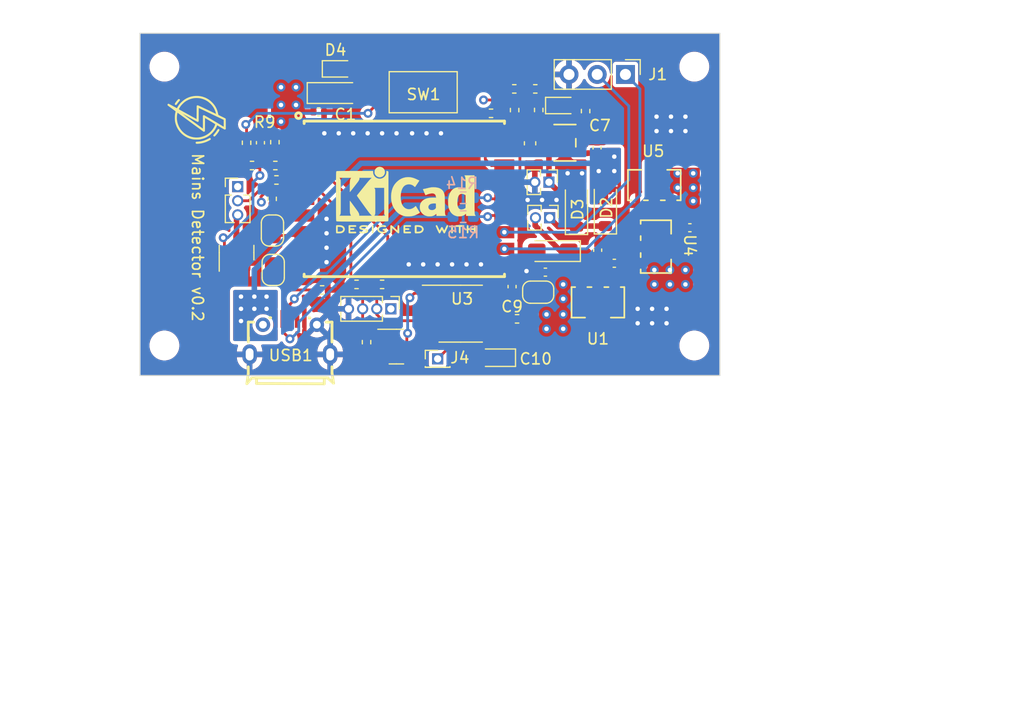
<source format=kicad_pcb>
(kicad_pcb (version 20240108) (generator "pcbnew") (generator_version "8.0")
  (layers (0 "F.Cu" signal) (1 "In1.Cu" signal) (2 "In2.Cu" signal) (31 "B.Cu" signal) (34 "B.Paste" user) (35 "F.Paste" user) (36 "B.SilkS" user "B.Silkscreen") (37 "F.SilkS" user "F.Silkscreen") (38 "B.Mask" user) (39 "F.Mask" user) (44 "Edge.Cuts" user))
  (net 0 "")
  (net 1 "Net-(BT1-+)")
  (net 2 "GND")
  (net 3 "VCC")
  (net 4 "EN")
  (net 5 "Net-(SW2-B)")
  (net 6 "VBUS")
  (net 7 "Net-(JP3-A)")
  (net 8 "Net-(U3-DIS)")
  (net 9 "Net-(D1-K)")
  (net 10 "Net-(D2-K)")
  (net 11 "Net-(J2-Pin_2)")
  (net 12 "Net-(J2-Pin_3)")
  (net 13 "IO4")
  (net 14 "IO5")
  (net 15 "Net-(J4-Pin_1)")
  (net 16 "Net-(JP1-A)")
  (net 17 "Net-(JP1-B)")
  (net 18 "Net-(JP2-A)")
  (net 19 "Net-(JP2-B)")
  (net 20 "Net-(D4-A)")
  (net 22 "Net-(L1-IO2)")
  (net 23 "SENSE")
  (net 24 "D+")
  (net 25 "D-")
  (net 26 "Net-(J1-Pin_1)")
  (net 27 "Net-(J1-Pin_2)")
  (net 29 "TX")
  (net 30 "TX_EN")
  (net 31 "Net-(L1-IO5)")
  (net 32 "Net-(L1-IO4)")
  (net 33 "Net-(Q1-D)")
  (net 34 "Net-(Q2-G)")
  (net 35 "Net-(U2-CHRG)")
  (net 36 "Net-(U2-PROG)")
  (net 37 "Net-(R10-Pad2)")
  (net 40 "Net-(USB1-D+)")
  (net 41 "Net-(USB1-D-)")
  (net 43 "Net-(L1-IO0)")
  (footprint "Capacitor_SMD:C_0402_1005Metric" (layer "F.Cu") (at 16.091803 7.0765 180)
    (property "Reference" "C1")
    (property "Value" "0.1u")
  )
  (footprint "Resistor_SMD:R_0402_1005Metric" (layer "F.Cu") (at 12.144803 9.8 -90)
    (property "Reference" "R9")
    (property "Value" "10k")
  )
  (footprint "MountingHole:MountingHole_2.2mm_M2" (layer "F.Cu") (at 49.9 28.1)
    (property "Reference" "H3" (hide yes))
    (property "Value" "MountingHole")
  )
  (footprint "Connector_PinHeader_2.54mm:PinHeader_1x03_P2.54mm_Vertical" (layer "F.Cu") (at 43.7 3.7 -90)
    (property "Reference" "J1")
    (property "Value" "UART")
  )
  (footprint "Package_SO:SOIC-8_3.9x4.9mm_P1.27mm" (layer "F.Cu") (at 28.869803 25.235)
    (property "Reference" "U3")
    (property "Value" "NE555D")
  )
  (footprint "footprints:SOT-89_TOR" (layer "F.Cu") (at 46.3 13.6585)
    (property "Reference" "U5")
    (property "Value" "XC6206P332PR-G")
  )
  (footprint "LED_SMD:LED_0603_1608Metric" (layer "F.Cu") (at 37.994803 6.5)
    (property "Reference" "D1" (hide yes))
    (property "Value" "LED-Blue")
  )
  (footprint "Resistor_SMD:R_0402_1005Metric" (layer "F.Cu") (at 11.894803 14.9 -90)
    (property "Reference" "R3" (hide yes))
    (property "Value" "10k")
  )
  (footprint "Resistor_SMD:R_0402_1005Metric" (layer "F.Cu") (at 35.894803 6.9 90)
    (property "Reference" "R4" (hide yes))
    (property "Value" "3k")
  )
  (footprint "Package_TO_SOT_SMD:SOT-23" (layer "F.Cu") (at 23.082303 28.2)
    (property "Reference" "Q1" (hide yes))
    (property "Value" "IRLML2402")
  )
  (footprint "Jumper:SolderJumper-2_P1.3mm_Open_RoundedPad1.0x1.5mm" (layer "F.Cu") (at 35.844803 23.3)
    (property "Reference" "JP3" (hide yes))
    (property "Value" "SolderJumper_2_Open")
  )
  (footprint "Capacitor_SMD:C_0603_1608Metric" (layer "F.Cu") (at 35.114803 9.9 90)
    (property "Reference" "C8" (hide yes))
    (property "Value" "10u")
  )
  (footprint "Resistor_SMD:R_0402_1005Metric" (layer "F.Cu") (at 35.584803 5 180)
    (property "Reference" "R6" (hide yes))
    (property "Value" "5k")
  )
  (footprint "Resistor_SMD:R_0402_1005Metric" (layer "F.Cu") (at 33.694803 5 180)
    (property "Reference" "R7" (hide yes))
    (property "Value" "10k")
  )
  (footprint "Package_TO_SOT_SMD:SOT-23" (layer "F.Cu") (at 8.694803 19.7375 90)
    (property "Reference" "Q2" (hide yes))
    (property "Value" "IRLML2402")
  )
  (footprint "Connector_PinHeader_1.27mm:PinHeader_1x04_P1.27mm_Vertical" (layer "F.Cu") (at 22.584803 24.8 -90)
    (property "Reference" "J3" (hide yes))
    (property "Value" "GPIOS")
  )
  (footprint "Resistor_SMD:R_0402_1005Metric" (layer "F.Cu") (at 40.114803 7 90)
    (property "Reference" "R5" (hide yes))
    (property "Value" "5k")
  )
  (footprint "Connector_PinHeader_1.27mm:PinHeader_1x01_P1.27mm_Vertical" (layer "F.Cu") (at 26.794803 29.3)
    (property "Reference" "J4")
    (property "Value" "ANT")
  )
  (footprint "libs:icon" (layer "F.Cu") (at 5.1 7.6 -90)
    (property "Reference" "G***" (hide yes))
    (property "Value" "LOGO" (hide yes))
  )
  (footprint "Connector_PinHeader_1.27mm:PinHeader_1x03_P1.27mm_Vertical" (layer "F.Cu") (at 8.794803 13.8)
    (property "Reference" "J2" (hide yes))
    (property "Value" "FS1000A")
  )
  (footprint "Capacitor_SMD:C_0402_1005Metric" (layer "F.Cu") (at 41.144803 10.3 90)
    (property "Reference" "C7")
    (property "Value" "1u")
  )
  (footprint "LED_SMD:LED_0603_1608Metric" (layer "F.Cu") (at 17.9 3.2)
    (property "Reference" "D4")
    (property "Value" "STATUS")
  )
  (footprint "Capacitor_SMD:C_0402_1005Metric" (layer "F.Cu") (at 33.494803 22.8 -90)
    (property "Reference" "C9")
    (property "Value" "0.1u")
  )
  (footprint "Connector_PinHeader_1.27mm:PinHeader_1x02_P1.27mm_Vertical" (layer "F.Cu") (at 36.874803 16.6 -90)
    (property "Reference" "SW2" (hide yes))
    (property "Value" "ONOFF")
  )
  (footprint "Capacitor_Tantalum_SMD:CP_EIA-2012-12_Kemet-R" (layer "F.Cu") (at 32.094803 29.2 180)
    (property "Reference" "C10")
    (property "Value" "4.7u")
  )
  (footprint "Capacitor_SMD:C_0402_1005Metric" (layer "F.Cu") (at 49.5 17.5)
    (property "Reference" "C11" (hide yes))
    (property "Value" "1u")
  )
  (footprint "footprints:SOT-89_TOR" (layer "F.Cu") (at 41.223303 24.2159 180)
    (property "Reference" "U1")
    (property "Value" "XC6206P332PR-G")
  )
  (footprint "Resistor_SMD:R_0402_1005Metric" (layer "F.Cu") (at 31.6 7.2 180)
    (property "Reference" "R1" (hide yes))
    (property "Value" "10k")
  )
  (footprint "Capacitor_Tantalum_SMD:CP_EIA-3216-10_Kemet-I_Pad1.58x1.35mm_HandSolder" (layer "F.Cu") (at 17.541803 5.3765)
    (property "Reference" "C2" (hide yes))
    (property "Value" "10u")
  )
  (footprint "Resistor_SMD:R_0402_1005Metric" (layer "F.Cu") (at 9.594803 9.85 90)
    (property "Reference" "R10" (hide yes))
    (property "Value" "100")
  )
  (footprint "Resistor_SMD:R_0402_1005Metric" (layer "F.Cu") (at 12.184803 11.9 180)
    (property "Reference" "R12" (hide yes))
    (property "Value" "100")
  )
  (footprint "Jumper:SolderJumper-2_P1.3mm_Open_RoundedPad1.0x1.5mm" (layer "F.Cu") (at 11.994803 21.3 90)
    (property "Reference" "JP2" (hide yes))
    (property "Value" "SolderJumper_2_Open")
  )
  (footprint "MountingHole:MountingHole_2.2mm_M2" (layer "F.Cu") (at 2.2 28.1)
    (property "Reference" "H4" (hide yes))
    (property "Value" "MountingHole")
  )
  (footprint "Capacitor_SMD:C_0402_1005Metric" (layer "F.Cu") (at 41.2 19.52 90)
    (property "Reference" "C5" (hide yes))
    (property "Value" "1u")
  )
  (footprint "Diode_SMD:D_SOD-123" (layer "F.Cu") (at 39.294803 15.75 90)
    (property "Reference" "D3")
    (property "Value" "MBR0520LT1")
  )
  (footprint "Resistor_SMD:R_0402_1005Metric" (layer "F.Cu") (at 33.944803 25.7)
    (property "Reference" "R17" (hide yes))
    (property "Value" "100k")
  )
  (footprint "Capacitor_Tantalum_SMD:CP_EIA-3216-10_Kemet-I_Pad1.58x1.35mm_HandSolder" (layer "F.Cu") (at 37.157303 19.6 180)
    (property "Reference" "C4" (hide yes))
    (property "Value" "10u")
  )
  (footprint "Capacitor_SMD:C_0402_1005Metric" (layer "F.Cu") (at 42.7 20.7 180)
    (property "Reference" "C12" (hide yes))
    (property "Value" "1u")
  )
  (footprint "Resistor_SMD:R_0402_1005Metric" (layer "F.Cu") (at 33.724803 6.91 -90)
    (property "Reference" "R8" (hide yes))
    (property "Value" "3k")
  )
  (footprint "Connector_PinHeader_1.27mm:PinHeader_1x02_P1.27mm_Vertical" (layer "F.Cu") (at 36.814803 13.4 -90)
    (property "Reference" "BT1" (hide yes))
    (property "Value" "Li-Po 3.7V")
  )
  (footprint "Symbol:KiCad-Logo2_5mm_SilkScreen" (layer "F.Cu") (at 23.924803 15)
    (property "Reference" "REF**" (hide yes))
    (property "Value" "KiCad-Logo2_5mm_SilkScreen" (hide yes))
  )
  (footprint "Capacitor_SMD:C_0402_1005Metric" (layer "F.Cu") (at 36.494803 21.5 180)
    (property "Reference" "C6" (hide yes))
    (property "Value" "1u")
  )
  (footprint "footprints1:SOT-23-5L_TPW" (layer "F.Cu") (at 38.254653 9.849999)
    (property "Reference" "U2" (hide yes))
    (property "Value" "TP4065-4.2V-SOT25-R")
  )
  (footprint "Capacitor_SMD:C_0402_1005Metric" (layer "F.Cu") (at 10.844803 9.85 90)
    (property "Reference" "C3" (hide yes))
    (property "Value" "100n")
  )
  (footprint "Resistor_SMD:R_0402_1005Metric" (layer "F.Cu") (at 20.394803 27.8 90)
    (property "Reference" "R16" (hide yes))
    (property "Value" "100k")
  )
  (footprint "Jumper:SolderJumper-2_P1.3mm_Open_RoundedPad1.0x1.5mm" (layer "F.Cu") (at 11.924803 17.75 -90)
    (property "Reference" "JP1" (hide yes))
    (property "Value" "SolderJumper_2_Open")
  )
  (footprint "Resistor_SMD:R_0402_1005Metric" (layer "F.Cu") (at 12.284803 13.2 180)
    (property "Reference" "R11" (hide yes))
    (property "Value" "100")
  )
  (footprint "Resistor_SMD:R_0402_1005Metric" (layer "F.Cu") (at 16.394803 23.1)
    (property "Reference" "R2" (hide yes))
    (property "Value" "10k")
  )
  (footprint "Button_Switch_SMD:SW_SPST_CK_RS282G05A3" (layer "F.Cu") (at 25.494803 5.3 180)
    (property "Reference" "SW1")
    (property "Value" "RESET")
  )
  (footprint "MountingHole:MountingHole_2.2mm_M2" (layer "F.Cu") (at 49.9 3)
    (property "Reference" "H2" (hide yes))
    (property "Value" "MountingHole")
  )
  (footprint "Diode_SMD:D_SOD-123" (layer "F.Cu") (at 41.894803 15.7 90)
    (property "Reference" "D2")
    (property "Value" "MBR0520LT1")
  )
  (footprint "Resistor_SMD:R_0402_1005Metric" (layer "F.Cu") (at 21.794803 22.6)
    (property "Reference" "R18" (hide yes))
    (property "Value" "100")
  )
  (footprint "kicad_lceda:MICRO-USB-SMD_MICROXNJ" (layer "F.Cu") (at 13.494803 27.304)
    (property "Reference" "USB1")
    (property "Value" "MICROXNJ")
  )
  (footprint "MountingHole:MountingHole_2.2mm_M2" (layer "F.Cu") (at 2.2 3)
    (property "Reference" "H1" (hide yes))
    (property "Value" "MountingHole")
  )
  (footprint "kicad_lceda:WIRELM-SMD_ESP-C3-13U-2M" (layer "F.Cu") (at 23.794803 14.9)
    (property "Reference" "L1" (hide yes))
    (property "Value" "ESP-C3-13U-4M")
  )
  (footprint "Resistor_SMD:R_0402_1005Metric" (layer "F.Cu") (at 19.494803 22.6 180)
    (property "Reference" "R19" (hide yes))
    (property "Value" "100")
  )
  (footprint "footprints:SOT-89_TOR" (layer "F.Cu") (at 46.4415 19.2 -90)
    (property "Reference" "U4")
    (property "Value" "XC6206P332PR-G")
  )
  (footprint "Resistor_SMD:R_0402_1005Metric" (layer "F.Cu") (at 10.084803 11.9)
    (property "Reference" "R13" (hide yes))
    (property "Value" "100k")
  )
  (footprint "Resistor_SMD:R_0603_1608Metric_Pad0.98x0.95mm_HandSolder" (layer "B.Cu") (at 29.094803 14.8)
    (property "Reference" "R14")
    (property "Value" "22")
  )
  (footprint "Resistor_SMD:R_0603_1608Metric_Pad0.98x0.95mm_HandSolder" (layer "B.Cu") (at 29.094803 16.5)
    (property "Reference" "R15")
    (property "Value" "22")
  )
  (gr_rect (start 0 0) (end 52.2 30.8) (stroke (width 0.1)) (fill none) (layer "Edge.Cuts"))
  (gr_text "Mains Detector v0.2" (at 4.6 10.7 270) (layer "F.SilkS") (effects (font (size 1 1)) (justify left bottom)))
  (segment (start 36.914803 10.8) (end 35.239803 10.8) (width 0.5) (layer "F.Cu") (net 1))
  (segment (start 36.814803 10.9) (end 36.914803 10.8) (width 0.5) (layer "F.Cu") (net 1))
  (segment (start 36.814803 13.4) (end 36.814803 10.9) (width 0.5) (layer "F.Cu") (net 1))
  (segment (start 39.294803 14.1) (end 37.514803 14.1) (width 0.5) (layer "F.Cu") (net 1))
  (segment (start 37.514803 14.1) (end 36.814803 13.4) (width 0.5) (layer "F.Cu") (net 1))
  (segment (start 36.794803 10.92) (end 36.914803 10.8) (width 0.5) (layer "F.Cu") (net 1))
  (segment (start 35.239803 10.8) (end 35.114803 10.675) (width 0.5) (layer "F.Cu") (net 1))
  (segment (start 42.723303 22.3744) (end 42.22 21.871097) (width 0.5) (layer "F.Cu") (net 2))
  (segment (start 37.607752 9.849999) (end 38.094803 10.33705) (width 0.5) (layer "F.Cu") (net 2))
  (segment (start 41.74 18.5) (end 43.8 18.5) (width 0.5) (layer "F.Cu") (net 2))
  (segment (start 35.839802 9.849999) (end 36.914803 9.849999) (width 0.5) (layer "F.Cu") (net 2))
  (segment (start 36.914803 9.849999) (end 37.607752 9.849999) (width 0.5) (layer "F.Cu") (net 2))
  (segment (start 43.8 18.5) (end 44.6 17.7) (width 0.5) (layer "F.Cu") (net 2))
  (segment (start 35.114803 9.125) (end 35.839802 9.849999) (width 0.5) (layer "F.Cu") (net 2))
  (segment (start 42.22 21.871097) (end 42.22 20.7) (width 0.5) (layer "F.Cu") (net 2))
  (segment (start 36.014803 19.895) (end 35.719803 19.6) (width 0.5) (layer "F.Cu") (net 2))
  (segment (start 36.014803 21.5) (end 36.014803 19.895) (width 0.5) (layer "F.Cu") (net 2))
  (segment (start 41.2 19.04) (end 41.74 18.5) (width 0.5) (layer "F.Cu") (net 2))
  (segment (start 38.094803 10.33705) (end 38.094803 11.2) (width 0.5) (layer "F.Cu") (net 2))
  (via (at 16.594803 9) (size 0.8) (drill 0.4) (layers "F.Cu" "B.Cu") (net 2))
  (via (at 30.694803 20.8) (size 0.8) (drill 0.4) (layers "F.Cu" "B.Cu") (net 2))
  (via (at 23.094803 9) (size 0.8) (drill 0.4) (layers "F.Cu" "B.Cu") (net 2))
  (via (at 17.894803 9) (size 0.8) (drill 0.4) (layers "F.Cu" "B.Cu") (net 2))
  (via (at 47.4 24.8) (size 0.8) (drill 0.4) (layers "F.Cu" "B.Cu") (net 2))
  (via (at 37.494803 15) (size 0.8) (drill 0.4) (layers "F.Cu" "B.Cu") (net 2))
  (via (at 16.794803 18) (size 0.8) (drill 0.4) (layers "F.Cu" "B.Cu") (net 2))
  (via (at 25.494803 20.8) (size 0.8) (drill 0.4) (layers "F.Cu" "B.Cu") (net 2))
  (via (at 16.794803 16.7) (size 0.8) (drill 0.4) (layers "F.Cu" "B.Cu") (net 2))
  (via (at 24.194803 20.8) (size 0.8) (drill 0.4) (layers "F.Cu" "B.Cu") (net 2))
  (via (at 20.494803 9) (size 0.8) (drill 0.4) (layers "F.Cu" "B.Cu") (net 2))
  (via (at 36.194803 15) (size 0.8) (drill 0.4) (layers "F.Cu" "B.Cu") (net 2))
  (via (at 19.194803 9) (size 0.8) (drill 0.4) (layers "F.Cu" "B.Cu") (net 2))
  (via (at 49.1 8.8) (size 0.8) (drill 0.4) (layers "F.Cu" "B.Cu") (net 2))
  (via (at 28.094803 20.8) (size 0.8) (drill 0.4) (layers "F.Cu" "B.Cu") (net 2))
  (via (at 26.794803 20.8) (size 0.8) (drill 0.4) (layers "F.Cu" "B.Cu") (net 2))
  (via (at 49.1 7.5) (size 0.8) (drill 0.4) (layers "F.Cu" "B.Cu") (net 2))
  (via (at 34.794803 21.4) (size 0.8) (drill 0.4) (layers "F.Cu" "B.Cu") (net 2))
  (via (at 34.894803 15) (size 0.8) (drill 0.4) (layers "F.Cu" "B.Cu") (net 2))
  (via (at 21.794803 9) (size 0.8) (drill 0.4) (layers "F.Cu" "B.Cu") (net 2))
  (via (at 46.5 8.8) (size 0.8) (drill 0.4) (layers "F.Cu" "B.Cu") (net 2))
  (via (at 24.494803 9) (size 0.8) (drill 0.4) (layers "F.Cu" "B.Cu") (net 2))
  (via (at 44.8 26.1) (size 0.8) (drill 0.4) (layers "F.Cu" "B.Cu") (net 2))
  (via (at 46.5 7.5) (size 0.8) (drill 0.4) (layers "F.Cu" "B.Cu") (net 2))
  (via (at 46.1 26.1) (size 0.8) (drill 0.4) (layers "F.Cu" "B.Cu") (net 2))
  (via (at 38.494803 12.6) (size 0.8) (drill 0.4) (layers "F.Cu" "B.Cu") (net 2))
  (via (at 25.794803 9) (size 0.8) (drill 0.4) (layers "F.Cu" "B.Cu") (net 2))
  (via (at 47.4 26.1) (size 0.8) (drill 0.4) (layers "F.Cu" "B.Cu") (net 2))
  (via (at 46.1 24.8) (size 0.8) (drill 0.4) (layers "F.Cu" "B.Cu") (net 2))
  (via (at 47.8 8.8) (size 0.8) (drill 0.4) (layers "F.Cu" "B.Cu") (net 2))
  (via (at 44.8 24.8) (size 0.8) (drill 0.4) (layers "F.Cu" "B.Cu") (net 2))
  (via (at 16.794803 19.3) (size 0.8) (drill 0.4) (layers "F.Cu" "B.Cu") (net 2))
  (via (at 16.794803 20.6) (size 0.8) (drill 0.4) (layers "F.Cu" "B.Cu") (net 2))
  (via (at 27.094803 9) (size 0.8) (drill 0.4) (layers "F.Cu" "B.Cu") (net 2))
  (via (at 39.794803 12.6) (size 0.8) (drill 0.4) (layers "F.Cu" "B.Cu") (net 2))
  (via (at 29.394803 20.8) (size 0.8) (drill 0.4) (layers "F.Cu" "B.Cu") (net 2))
  (via (at 47.8 7.5) (size 0.8) (drill 0.4) (layers "F.Cu" "B.Cu") (net 2))
  (segment (start 44.6 20.7) (end 43.18 20.7) (width 0.5) (layer "F.Cu") (net 3))
  (segment (start 30.924803 6) (end 31.624803 6) (width 0.25) (layer "F.Cu") (net 3))
  (segment (start 15.611803 5.869) (end 16.104303 5.3765) (width 0.5) (layer "F.Cu") (net 3))
  (segment (start 15.611803 7.0765) (end 15.611803 5.869) (width 0.5) (layer "F.Cu") (net 3))
  (segment (start 11.894803 14.39) (end 11.204803 14.39) (width 0.25) (layer "F.Cu") (net 3))
  (segment (start 32.104803 6.48) (end 32.104803 7) (width 0.25) (layer "F.Cu") (net 3))
  (segment (start 31.624803 6) (end 32.104803 6.48) (width 0.25) (layer "F.Cu") (net 3))
  (segment (start 11.204803 14.39) (end 10.894803 14.7) (width 0.25) (layer "F.Cu") (net 3))
  (segment (start 10.894803 14.7) (end 10.894803 15.2) (width 0.25) (layer "F.Cu") (net 3))
  (via (at 30.924803 6) (size 0.8) (drill 0.4) (layers "F.Cu" "B.Cu") (net 3))
  (via (at 47.7 22.6) (size 0.8) (drill 0.4) (layers "F.Cu" "B.Cu") (net 3))
  (via (at 49.8 12.6) (size 0.8) (drill 0.4) (layers "F.Cu" "B.Cu") (net 3))
  (via (at 49.1 22.6) (size 0.8) (drill 0.4) (layers "F.Cu" "B.Cu") (net 3))
  (via (at 12.694803 4.85) (size 0.8) (drill 0.4) (layers "F.Cu" "B.Cu") (net 3))
  (via (at 14.044803 4.85) (size 0.8) (drill 0.4) (layers "F.Cu" "B.Cu") (net 3))
  (via (at 36.594803 26.6) (size 0.8) (drill 0.4) (layers "F.Cu" "B.Cu") (net 3))
  (via (at 36.594803 25.3) (size 0.8) (drill 0.4) (layers "F.Cu" "B.Cu") (net 3))
  (via (at 38.094803 26.6) (size 0.8) (drill 0.4) (layers "F.Cu" "B.Cu") (net 3))
  (via (at 48.4 13.9) (size 0.8) (drill 0.4) (layers "F.Cu" "B.Cu") (net 3))
  (via (at 47.7 21.3) (size 0.8) (drill 0.4) (layers "F.Cu" "B.Cu") (net 3))
  (via (at 38.094803 22.6) (size 0.8) (drill 0.4) (layers "F.Cu" "B.Cu") (net 3))
  (via (at 38.094803 25.3) (size 0.8) (drill 0.4) (layers "F.Cu" "B.Cu") (net 3))
  (via (at 38.094803 23.9) (size 0.8) (drill 0.4) (layers "F.Cu" "B.Cu") (net 3))
  (via (at 46.3 22.6) (size 0.8) (drill 0.4) (layers "F.Cu" "B.Cu") (net 3))
  (via (at 10.924803 15.2) (size 0.8) (drill 0.4) (layers "F.Cu" "B.Cu") (net 3))
  (via (at 48.4 12.6) (size 0.8) (drill 0.4) (layers "F.Cu" "B.Cu") (net 3))
  (via (at 12.694803 6.45) (size 0.8) (drill 0.4) (layers "F.Cu" "B.Cu") (net 3))
  (via (at 14.044803 6.45) (size 0.8) (drill 0.4) (layers "F.Cu" "B.Cu") (net 3))
  (via (at 49.1 21.3) (size 0.8) (drill 0.4) (layers "F.Cu" "B.Cu") (net 3))
  (via (at 49.8 15.1) (size 0.8) (drill 0.4) (layers "F.Cu" "B.Cu") (net 3))
  (via (at 12.694803 7.95) (size 0.8) (drill 0.4) (layers "F.Cu" "B.Cu") (net 3))
  (via (at 46.3 21.3) (size 0.8) (drill 0.4) (layers "F.Cu" "B.Cu") (net 3))
  (via (at 49.8 13.9) (size 0.8) (drill 0.4) (layers "F.Cu" "B.Cu") (net 3))
  (segment (start 10.844803 10.33) (end 9.624803 10.33) (width 0.25) (layer "F.Cu") (net 4))
  (segment (start 14.704803 10.31) (end 14.794803 10.4) (width 0.25) (layer "F.Cu") (net 4))
  (segment (start 12.144803 10.31) (end 14.704803 10.31) (width 0.25) (layer "F.Cu") (net 4))
  (segment (start 12.144803 10.31) (end 10.864803 10.31) (width 0.25) (layer "F.Cu") (net 4))
  (segment (start 9.624803 10.33) (end 9.594803 10.36) (width 0.25) (layer "F.Cu") (net 4))
  (segment (start 10.864803 10.31) (end 10.844803 10.33) (width 0.25) (layer "F.Cu") (net 4))
  (segment (start 49.02 17.5) (end 47.32 19.2) (width 0.5) (layer "F.Cu") (net 5))
  (segment (start 46.3 18.7573) (end 45.8573 19.2) (width 0.5) (layer "F.Cu") (net 5))
  (segment (start 47.32 19.2) (end 45.8573 19.2) (width 0.5) (layer "F.Cu") (net 5))
  (segment (start 41.223303 20.523303) (end 41.223303 22.3744) (width 0.5) (layer "F.Cu") (net 5))
  (segment (start 42.546606 19.2) (end 44.6 19.2) (width 0.5) (layer "F.Cu") (net 5))
  (segment (start 35.574803 16.6) (end 35.574803 17.307106) (width 0.5) (layer "F.Cu") (net 5))
  (segment (start 37.867697 19.6) (end 40.3 19.6) (width 0.5) (layer "F.Cu") (net 5))
  (segment (start 41.223303 20.523303) (end 42.546606 19.2) (width 0.5) (layer "F.Cu") (net 5))
  (segment (start 40.3 19.6) (end 41.223303 20.523303) (width 0.5) (layer "F.Cu") (net 5))
  (segment (start 46.3 15.5) (end 46.3 18.7573) (width 0.5) (layer "F.Cu") (net 5))
  (segment (start 35.574803 17.307106) (end 37.867697 19.6) (width 0.5) (layer "F.Cu") (net 5))
  (segment (start 38.782303 6.5) (end 37.282303 5) (width 0.25) (layer "F.Cu") (net 6))
  (segment (start 39.594503 10.8) (end 40.294803 10.8) (width 0.5) (layer "F.Cu") (net 6))
  (segment (start 38.594803 6.6875) (end 38.782303 6.5) (width 0.25) (layer "F.Cu") (net 6))
  (segment (start 38.594803 9.8003) (end 38.594803 6.6875) (width 0.25) (layer "F.Cu") (net 6))
  (segment (start 39.594503 10.8) (end 38.594803 9.8003) (width 0.25) (layer "F.Cu") (net 6))
  (segment (start 40.294803 10.8) (end 40.314803 10.78) (width 0.5) (layer "F.Cu") (net 6))
  (segment (start 40.314803 10.78) (end 41.144803 10.78) (width 0.5) (layer "F.Cu") (net 6))
  (segment (start 37.282303 5) (end 36.094803 5) (width 0.25) (layer "F.Cu") (net 6))
  (via (at 11.394803 23.7) (size 0.8) (drill 0.4) (layers "F.Cu" "B.Cu") (net 6))
  (via (at 42.694803 12.4) (size 0.8) (drill 0.4) (layers "F.Cu" "B.Cu") (net 6))
  (via (at 41.294803 12.4) (size 0.8) (drill 0.4) (layers "F.Cu" "B.Cu") (net 6))
  (via (at 10.294803 23.7) (size 0.8) (drill 0.4) (layers "F.Cu" "B.Cu") (net 6))
  (via (at 9.094803 23.7) (size 0.8) (drill 0.4) (layers "F.Cu" "B.Cu") (net 6))
  (via (at 11.394803 24.8) (size 0.8) (drill 0.4) (layers "F.Cu" "B.Cu") (net 6))
  (via (at 9.094803 24.8) (size 0.8) (drill 0.4) (layers "F.Cu" "B.Cu") (net 6))
  (via (at 9.094803 25.9) (size 0.8) (drill 0.4) (layers "F.Cu" "B.Cu") (net 6))
  (via (at 42.694803 11.1) (size 0.8) (drill 0.4) (layers "F.Cu" "B.Cu") (net 6))
  (via (at 10.294803 24.8) (size 0.8) (drill 0.4) (layers "F.Cu" "B.Cu") (net 6))
  (segment (start 41.294803 12.4) (end 40.594803 11.7) (width 0.5) (layer "B.Cu") (net 6))
  (segment (start 19.892721 11.7) (end 10.294803 21.297918) (width 0.5) (layer "B.Cu") (net 6))
  (segment (start 40.594803 11.7) (end 19.892721 11.7) (width 0.5) (layer "B.Cu") (net 6))
  (segment (start 10.294803 21.297918) (end 10.294803 23.7) (width 0.5) (layer "B.Cu") (net 6))
  (segment (start 35.194803 24.96) (end 34.454803 25.7) (width 0.25) (layer "F.Cu") (net 7))
  (segment (start 33.514803 23.3) (end 33.494803 23.28) (width 0.25) (layer "F.Cu") (net 7))
  (segment (start 35.194803 23.3) (end 33.514803 23.3) (width 0.25) (layer "F.Cu") (net 7))
  (segment (start 35.194803 23.3) (end 35.194803 24.96) (width 0.25) (layer "F.Cu") (net 7))
  (segment (start 33.494803 23.28) (end 31.394803 23.28) (width 0.25) (layer "F.Cu") (net 7))
  (segment (start 31.394803 23.28) (end 31.344803 23.33) (width 0.25) (layer "F.Cu") (net 7))
  (segment (start 33.434803 28.7475) (end 32.982303 29.2) (width 0.25) (layer "F.Cu") (net 8))
  (segment (start 33.434803 25.7) (end 31.514803 25.7) (width 0.25) (layer "F.Cu") (net 8))
  (segment (start 33.434803 25.7) (end 33.434803 28.7475) (width 0.25) (layer "F.Cu") (net 8))
  (segment (start 31.514803 25.7) (end 31.344803 25.87) (width 0.25) (layer "F.Cu") (net 8))
  (segment (start 31.344803 25.87) (end 31.344803 24.6) (width 0.25) (layer "F.Cu") (net 8))
  (segment (start 35.894803 6.39) (end 37.097303 6.39) (width 0.25) (layer "F.Cu") (net 9))
  (segment (start 37.097303 6.39) (end 37.207303 6.5) (width 0.25) (layer "F.Cu") (net 9))
  (segment (start 37.644803 17.4) (end 36.844803 16.6) (width 0.5) (layer "F.Cu") (net 10))
  (segment (start 39.294803 17.4) (end 37.644803 17.4) (width 0.5) (layer "F.Cu") (net 10))
  (segment (start 41.894803 17.35) (end 39.344803 17.35) (width 0.5) (layer "F.Cu") (net 10))
  (segment (start 39.344803 17.35) (end 39.294803 17.4) (width 0.5) (layer "F.Cu") (net 10))
  (segment (start 11.674803 13.2) (end 9.804803 15.07) (width 0.25) (layer "F.Cu") (net 11))
  (segment (start 9.804803 15.07) (end 8.794803 15.07) (width 0.25) (layer "F.Cu") (net 11))
  (segment (start 8.694803 16.44) (end 8.794803 16.34) (width 0.5) (layer "F.Cu") (net 12))
  (segment (start 8.694803 18.8) (end 8.694803 16.44) (width 0.5) (layer "F.Cu") (net 12))
  (segment (start 21.877697 25.87) (end 21.314803 25.307106) (width 0.25) (layer "F.Cu") (net 13))
  (segment (start 21.314803 24.8) (end 21.314803 22.63) (width 0.25) (layer "F.Cu") (net 13))
  (segment (start 21.314803 25.307106) (end 21.314803 24.6) (width 0.25) (layer "F.Cu") (net 13))
  (segment (start 26.394803 25.87) (end 21.877697 25.87) (width 0.25) (layer "F.Cu") (net 13))
  (segment (start 21.314803 22.63) (end 21.284803 22.6) (width 0.25) (layer "F.Cu") (net 13))
  (segment (start 20.044803 22.64) (end 20.004803 22.6) (width 0.25) (layer "F.Cu") (net 14))
  (segment (start 22.104803 27.29) (end 22.144803 27.25) (width 0.25) (layer "F.Cu") (net 14))
  (segment (start 20.044803 24.6) (end 20.044803 26.94) (width 0.25) (layer "F.Cu") (net 14))
  (segment (start 20.394803 27.29) (end 22.104803 27.29) (width 0.25) (layer "F.Cu") (net 14))
  (segment (start 20.044803 24.8) (end 20.044803 22.64) (width 0.25) (layer "F.Cu") (net 14))
  (segment (start 20.044803 26.94) (end 20.394803 27.29) (width 0.25) (layer "F.Cu") (net 14))
  (segment (start 28.294803 25.4) (end 28.294803 27.8) (width 0.25) (layer "F.Cu") (net 15))
  (segment (start 27.494803 24.6) (end 28.294803 25.4) (width 0.25) (layer "F.Cu") (net 15))
  (segment (start 28.294803 27.8) (end 26.794803 29.3) (width 0.25) (layer "F.Cu") (net 15))
  (segment (start 26.394803 24.6) (end 27.494803 24.6) (width 0.25) (layer "F.Cu") (net 15))
  (segment (start 11.894803 15.41) (end 11.894803 17.05) (width 0.25) (layer "F.Cu") (net 16))
  (segment (start 11.644803 18.2) (end 14.494803 18.2) (width 0.25) (layer "F.Cu") (net 17))
  (segment (start 14.494803 18.2) (end 14.794803 17.9) (width 0.25) (layer "F.Cu") (net 17))
  (segment (start 15.884803 23.1) (end 13.144803 23.1) (width 0.25) (layer "F.Cu") (net 18))
  (segment (start 13.144803 23.1) (end 11.994803 21.95) (width 0.25) (layer "F.Cu") (net 18))
  (segment (start 11.994803 20.65) (end 13.244803 19.4) (width 0.25) (layer "F.Cu") (net 19))
  (segment (start 13.244803 19.4) (end 14.794803 19.4) (width 0.25) (layer "F.Cu") (net 19))
  (segment (start 32.554803 6.293604) (end 29.461199 3.2) (width 0.25) (layer "F.Cu") (net 20))
  (segment (start 32.661199 6.4) (end 32.554803 6.293604) (width 0.25) (layer "F.Cu") (net 20))
  (segment (start 33.724803 6.4) (end 32.661199 6.4) (width 0.25) (layer "F.Cu") (net 20))
  (segment (start 29.461199 3.2) (end 18.6875 3.2) (width 0.25) (layer "F.Cu") (net 20))
  (segment (start 31.644803 11.9) (end 32.794803 11.9) (width 0.25) (layer "F.Cu") (net 22))
  (segment (start 31.084803 11.34) (end 31.644803 11.9) (width 0.25) (layer "F.Cu") (net 22))
  (segment (start 31.084803 7) (end 31.084803 11.34) (width 0.25) (layer "F.Cu") (net 22))
  (segment (start 34.7 8) (end 34.2 8.5) (width 0.25) (layer "F.Cu") (net 23))
  (segment (start 33.594803 13.4) (end 32.794803 13.4) (width 0.25) (layer "F.Cu") (net 23))
  (segment (start 34.2 12.794803) (end 33.594803 13.4) (width 0.25) (layer "F.Cu") (net 23))
  (segment (start 34.7 5) (end 34.7 8) (width 0.25) (layer "F.Cu") (net 23))
  (segment (start 34.204803 5) (end 35.074803 5) (width 0.25) (layer "F.Cu") (net 23))
  (segment (start 34.204803 5) (end 34.7 5) (width 0.25) (layer "F.Cu") (net 23))
  (segment (start 34.2 8.5) (end 34.2 12.794803) (width 0.25) (layer "F.Cu") (net 23))
  (segment (start 31.394803 14.9) (end 31.294803 14.8) (width 0.25) (layer "F.Cu") (net 24))
  (segment (start 32.794803 14.9) (end 31.394803 14.9) (width 0.25) (layer "F.Cu") (net 24))
  (via (at 31.294803 14.8) (size 0.8) (drill 0.4) (layers "F.Cu" "B.Cu") (net 24))
  (segment (start 30.007303 14.8) (end 31.294803 14.8) (width 0.25) (layer "B.Cu") (net 24))
  (segment (start 32.794803 16.4) (end 31.394803 16.4) (width 0.25) (layer "F.Cu") (net 25))
  (segment (start 31.394803 16.4) (end 31.294803 16.5) (width 0.25) (layer "F.Cu") (net 25))
  (via (at 31.294803 16.5) (size 0.8) (drill 0.4) (layers "F.Cu" "B.Cu") (net 25))
  (segment (start 30.007303 16.5) (end 31.294803 16.5) (width 0.25) (layer "B.Cu") (net 25))
  (via (at 32.8 19.4) (size 0.8) (drill 0.4) (layers "F.Cu" "B.Cu") (net 26))
  (segment (start 40.2 19.4) (end 45 14.6) (width 0.25) (layer "B.Cu") (net 26))
  (segment (start 45 14.6) (end 45 5) (width 0.25) (layer "B.Cu") (net 26))
  (segment (start 32.8 19.4) (end 40.2 19.4) (width 0.25) (layer "B.Cu") (net 26))
  (segment (start 45 5) (end 43.7 3.7) (width 0.25) (layer "B.Cu") (net 26))
  (via (at 32.8 17.9) (size 0.8) (drill 0.4) (layers "F.Cu" "B.Cu") (net 27))
  (segment (start 39.3 17.9) (end 44 13.2) (width 0.25) (layer "B.Cu") (net 27))
  (segment (start 32.8 17.9) (end 39.3 17.9) (width 0.25) (layer "B.Cu") (net 27))
  (segment (start 44 13.2) (end 44 6.54) (width 0.25) (layer "B.Cu") (net 27))
  (segment (start 44 6.54) (end 41.16 3.7) (width 0.25) (layer "B.Cu") (net 27))
  (segment (start 13.644803 16.4) (end 14.794803 16.4) (width 0.25) (layer "F.Cu") (net 29))
  (segment (start 12.794803 15.55) (end 13.644803 16.4) (width 0.25) (layer "F.Cu") (net 29))
  (segment (start 12.794803 13.2) (end 12.794803 15.55) (width 0.25) (layer "F.Cu") (net 29))
  (segment (start 13.569803 12.775) (end 13.569803 14.575) (width 0.25) (layer "F.Cu") (net 30))
  (segment (start 13.569803 14.575) (end 13.894803 14.9) (width 0.25) (layer "F.Cu") (net 30))
  (segment (start 12.694803 11.9) (end 13.569803 12.775) (width 0.25) (layer "F.Cu") (net 30))
  (segment (start 13.894803 14.9) (end 14.794803 14.9) (width 0.25) (layer "F.Cu") (net 30))
  (segment (start 18.984803 16.99) (end 15.394803 13.4) (width 0.25) (layer "F.Cu") (net 31))
  (segment (start 15.394803 13.4) (end 14.794803 13.4) (width 0.25) (layer "F.Cu") (net 31))
  (segment (start 18.984803 22.6) (end 18.984803 16.99) (width 0.25) (layer "F.Cu") (net 31))
  (segment (start 22.304803 22.6) (end 22.304803 18.26) (width 0.25) (layer "F.Cu") (net 32))
  (segment (start 15.944803 11.9) (end 14.794803 11.9) (width 0.25) (layer "F.Cu") (net 32))
  (segment (start 22.304803 18.26) (end 15.944803 11.9) (width 0.25) (layer "F.Cu") (net 32))
  (segment (start 24.019803 27.075) (end 24.094803 27) (width 0.25) (layer "F.Cu") (net 33))
  (segment (start 26.324803 23.4) (end 26.394803 23.33) (width 0.25) (layer "F.Cu") (net 33))
  (segment (start 24.694803 23.4) (end 26.324803 23.4) (width 0.25) (layer "F.Cu") (net 33))
  (segment (start 24.019803 28.2) (end 24.019803 27.075) (width 0.25) (layer "F.Cu") (net 33))
  (segment (start 24.294803 23.8) (end 24.694803 23.4) (width 0.25) (layer "F.Cu") (net 33))
  (via (at 24.294803 23.8) (size 0.8) (drill 0.4) (layers "F.Cu" "B.Cu") (net 33))
  (via (at 24.094803 27) (size 0.8) (drill 0.4) (layers "F.Cu" "B.Cu") (net 33))
  (segment (start 24.094803 27) (end 24.094803 24) (width 0.25) (layer "B.Cu") (net 33))
  (segment (start 24.094803 24) (end 24.294803 23.8) (width 0.25) (layer "B.Cu") (net 33))
  (segment (start 10.594803 11.9) (end 10.794803 12.1) (width 0.25) (layer "F.Cu") (net 34))
  (segment (start 7.6 20.530197) (end 7.744803 20.675) (width 0.25) (layer "F.Cu") (net 34))
  (segment (start 11.674803 11.9) (end 10.594803 11.9) (width 0.25) (layer "F.Cu") (net 34))
  (segment (start 7.494803 18.4) (end 7.6 18.505197) (width 0.25) (layer "F.Cu") (net 34))
  (segment (start 10.794803 12.1) (end 10.794803 12.8) (width 0.25) (layer "F.Cu") (net 34))
  (segment (start 7.6 18.505197) (end 7.6 20.530197) (width 0.25) (layer "F.Cu") (net 34))
  (via (at 10.794803 12.8) (size 0.8) (drill 0.4) (layers "F.Cu" "B.Cu") (net 34))
  (via (at 7.494803 18.4) (size 0.8) (drill 0.4) (layers "F.Cu" "B.Cu") (net 34))
  (segment (start 7.494803 18.4) (end 7.90153 18.4) (width 0.25) (layer "B.Cu") (net 34))
  (segment (start 10.169803 16.131727) (end 10.169803 13.425) (width 0.25) (layer "B.Cu") (net 34))
  (segment (start 10.169803 13.425) (end 10.794803 12.8) (width 0.25) (layer "B.Cu") (net 34))
  (segment (start 7.90153 18.4) (end 10.169803 16.131727) (width 0.25) (layer "B.Cu") (net 34))
  (segment (start 36.914803 8.899998) (end 35.894803 7.879998) (width 0.25) (layer "F.Cu") (net 35))
  (segment (start 35.894803 7.879998) (end 35.894803 7.41) (width 0.25) (layer "F.Cu") (net 35))
  (segment (start 39.594503 8.899998) (end 40.114803 8.379698) (width 0.25) (layer "F.Cu") (net 36))
  (segment (start 40.114803 8.379698) (end 40.114803 7.51) (width 0.25) (layer "F.Cu") (net 36))
  (segment (start 9.594803 9.34) (end 9.594803 8.2) (width 0.25) (layer "F.Cu") (net 37))
  (segment (start 21.594803 5.3) (end 21.594803 6.1) (width 0.25) (layer "F.Cu") (net 37))
  (segment (start 21.594803 6.1) (end 20.494803 7.2) (width 0.25) (layer "F.Cu") (net 37))
  (via (at 20.524803 7.2) (size 0.8) (drill 0.4) (layers "F.Cu" "B.Cu") (net 37))
  (via (at 9.524803 8.2) (size 0.8) (drill 0.4) (layers "F.Cu" "B.Cu") (net 37))
  (segment (start 20.494803 7.2) (end 10.594803 7.2) (width 0.25) (layer "B.Cu") (net 37))
  (segment (start 10.594803 7.2) (end 9.594803 8.2) (width 0.25) (layer "B.Cu") (net 37))
  (segment (start 13.894803 23.9) (end 13.994803 23.9) (width 0.25) (layer "F.Cu") (net 40))
  (segment (start 13.494803 25.316) (end 13.494803 24.4) (width 0.25) (layer "F.Cu") (net 40))
  (segment (start 13.894803 24) (end 13.894803 23.9) (width 0.25) (layer "F.Cu") (net 40))
  (segment (start 13.994803 23.9) (end 13.894803 24) (width 0.25) (layer "F.Cu") (net 40))
  (segment (start 13.494803 24.4) (end 13.894803 24) (width 0.25) (layer "F.Cu") (net 40))
  (via (at 13.894803 23.9) (size 0.8) (drill 0.4) (layers "F.Cu" "B.Cu") (net 40))
  (segment (start 16.194803 21.6) (end 16.820108 21.6) (width 0.25) (layer "B.Cu") (net 40))
  (segment (start 13.894803 23.9) (end 16.194803 21.6) (width 0.25) (layer "B.Cu") (net 40))
  (segment (start 16.820108 21.6) (end 23.620108 14.8) (width 0.25) (layer "B.Cu") (net 40))
  (segment (start 23.620108 14.8) (end 28.182303 14.8) (width 0.25) (layer "B.Cu") (net 40))
  (segment (start 13.494803 27.5) (end 12.844803 26.85) (width 0.25) (layer "F.Cu") (net 41))
  (segment (start 12.844803 26.85) (end 12.844803 25.316) (width 0.25) (layer "F.Cu") (net 41))
  (via (at 13.494803 27.5) (size 0.8) (drill 0.4) (layers "F.Cu" "B.Cu") (net 41))
  (segment (start 13.494803 27.5) (end 13.594803 27.5) (width 0.25) (layer "B.Cu") (net 41))
  (segment (start 13.594803 27.5) (end 14.294803 26.8) (width 0.25) (layer "B.Cu") (net 41))
  (segment (start 14.294803 26) (end 23.794803 16.5) (width 0.25) (layer "B.Cu") (net 41))
  (segment (start 14.294803 26.8) (end 14.294803 26) (width 0.25) (layer "B.Cu") (net 41))
  (segment (start 23.794803 16.5) (end 28.182303 16.5) (width 0.25) (layer "B.Cu") (net 41))
  (segment (start 33.724803 7.8) (end 33.724803 7.42) (width 0.25) (layer "F.Cu") (net 43))
  (segment (start 32.794803 8.9) (end 32.794803 8.73) (width 0.25) (layer "F.Cu") (net 43))
  (segment (start 32.794803 8.73) (end 33.724803 7.8) (width 0.25) (layer "F.Cu") (net 43))
  (zone (net 3) (net_name "VCC") (layer "F.Cu") (priority 6) (connect_pads (clearance 0.3)) (min_thickness 0.25) (fill yes (thermal_gap 0.5) (thermal_bridge_width 0.5))
    (polygon (pts (xy 43.8 20) (xy 45.6 20) (xy 45.6 20.4) (xy 49.8 20.4) (xy 49.8 23.5) (xy 45.4 23.5) (xy 45.4 21.7) (xy 43.8 21.7)))
  )
  (zone (net 3) (net_name "VCC") (layer "F.Cu") (priority 3) (connect_pads (clearance 0.3)) (min_thickness 0.25) (fill yes (thermal_gap 0.5) (thermal_bridge_width 0.5))
    (polygon (pts (xy 36.594803 20.9) (xy 40.494803 20.9) (xy 40.494803 23.3) (xy 39.694803 24.3) (xy 39.694803 27.6) (xy 35.894803 27.6) (xy 35.894803 24.5) (xy 36.594803 24.5)))
  )
  (zone (net 3) (net_name "VCC") (layer "F.Cu") (priority 2) (connect_pads (clearance 0.3)) (min_thickness 0.25) (fill yes (thermal_gap 0.5) (thermal_bridge_width 0.5))
    (polygon (pts (xy 11.794803 4.1) (xy 15.944803 4.1) (xy 15.944803 9.6) (xy 11.794803 9.6)))
  )
  (zone (net 3) (net_name "VCC") (layer "F.Cu") (priority 7) (connect_pads (clearance 0.3)) (min_thickness 0.25) (fill yes (thermal_gap 0.5) (thermal_bridge_width 0.5))
    (polygon (pts (xy 47.2 16.4) (xy 50.4 16.4) (xy 50.4 12.1) (xy 47.7 12.1) (xy 47.7 14.4) (xy 47.2 14.4)))
  )
  (zone (net 2) (net_name "GND") (layers "F.Cu" "In1.Cu" "B.Cu") (connect_pads (clearance 0.3)) (min_thickness 0.25) (fill yes (thermal_gap 0.5) (thermal_bridge_width 0.5))
    (polygon (pts (xy -10.6 -1.75) (xy 77.3 -1.15) (xy 77.75 57.8) (xy -10.2 57.3)))
  )
  (zone (net 6) (net_name "VBUS") (layers "F&B.Cu") (priority 5) (connect_pads (clearance 0.3)) (min_thickness 0.25) (fill yes (thermal_gap 0.5) (thermal_bridge_width 0.5))
    (polygon (pts (xy 40.494803 10.3) (xy 43.294803 10.3) (xy 43.294803 15.4) (xy 40.494803 15.4)))
  )
  (zone (net 6) (net_name "VBUS") (layers "F&B.Cu") (priority 4) (connect_pads (clearance 0.3)) (min_thickness 0.25) (fill yes (thermal_gap 0.5) (thermal_bridge_width 0.5))
    (polygon (pts (xy 8.394803 23.1) (xy 12.394803 23.1) (xy 12.394803 27.7) (xy 8.394803 27.7)))
  )
)
</source>
